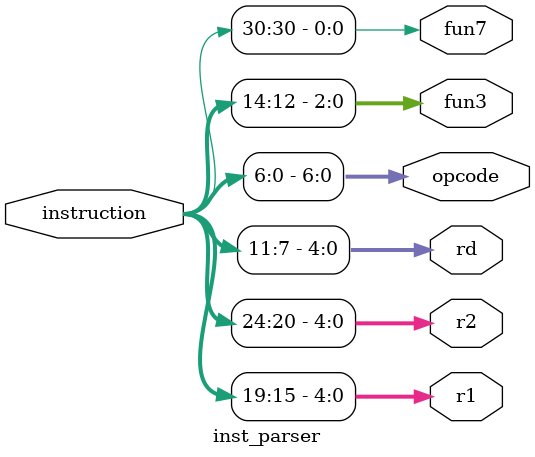
<source format=v>
module inst_parser (
    input [31:0] instruction,
    output [4:0] r1, r2, rd,
    output [6:0] opcode,
    output [2:0] fun3,
    output fun7
);

    assign r1 = instruction[19:15];
    assign r2 = instruction[24:20];
    assign rd = instruction[11:7];
    assign opcode = instruction[6:0];

    assign fun3 = instruction[14:12];
    assign fun7 = instruction[30];
endmodule

//        .rs1(instruction_top[19:15]), .rs2(instruction_top[24:20]), .rd(instruction_top[11:7]),
//        .fun7(instruction_top[30]),
//        .fun3(instruction_top[14:12]),
</source>
